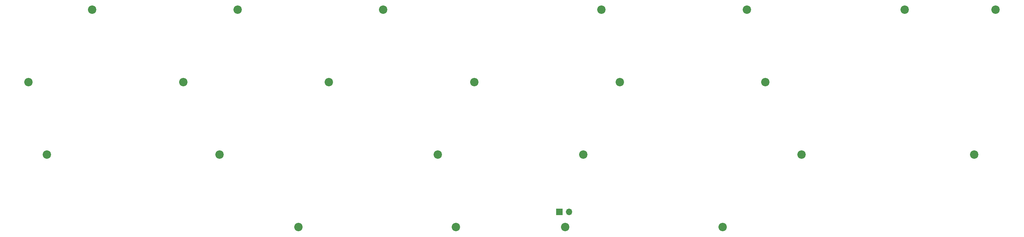
<source format=gbr>
%TF.GenerationSoftware,KiCad,Pcbnew,(7.0.0)*%
%TF.CreationDate,2024-01-19T21:42:38+01:00*%
%TF.ProjectId,ampersand,616d7065-7273-4616-9e64-2e6b69636164,rev?*%
%TF.SameCoordinates,Original*%
%TF.FileFunction,Soldermask,Top*%
%TF.FilePolarity,Negative*%
%FSLAX46Y46*%
G04 Gerber Fmt 4.6, Leading zero omitted, Abs format (unit mm)*
G04 Created by KiCad (PCBNEW (7.0.0)) date 2024-01-19 21:42:38*
%MOMM*%
%LPD*%
G01*
G04 APERTURE LIST*
%ADD10C,2.200000*%
%ADD11R,1.700000X1.700000*%
%ADD12O,1.700000X1.700000*%
G04 APERTURE END LIST*
D10*
%TO.C,H10*%
X127000000Y-72231250D03*
%TD*%
%TO.C,H14*%
X90487500Y-91281250D03*
%TD*%
%TO.C,H2*%
X60325000Y-53192960D03*
%TD*%
%TO.C,H17*%
X160337500Y-91281250D03*
%TD*%
%TO.C,H15*%
X201612500Y-91300466D03*
%TD*%
%TO.C,H16*%
X131762500Y-91281250D03*
%TD*%
%TO.C,H6*%
X249237500Y-34131250D03*
%TD*%
%TO.C,H24*%
X174625000Y-53181250D03*
%TD*%
%TO.C,H8*%
X212725000Y-53181250D03*
%TD*%
%TO.C,H7*%
X98425000Y-53181250D03*
%TD*%
%TO.C,H21*%
X19843750Y-53181250D03*
%TD*%
%TO.C,H13*%
X267493031Y-72231250D03*
%TD*%
%TO.C,H22*%
X74612500Y-34131250D03*
%TD*%
%TO.C,H25*%
X69850000Y-72231250D03*
%TD*%
%TO.C,H9*%
X273050000Y-34131250D03*
%TD*%
%TO.C,H12*%
X222250000Y-72231250D03*
%TD*%
%TO.C,H18*%
X136524999Y-53181249D03*
%TD*%
%TO.C,H5*%
X169862500Y-34131250D03*
%TD*%
%TO.C,H1*%
X36511781Y-34142960D03*
%TD*%
%TO.C,H3*%
X24606250Y-72231250D03*
%TD*%
%TO.C,H4*%
X112711781Y-34142960D03*
%TD*%
%TO.C,H23*%
X207962500Y-34131250D03*
%TD*%
%TO.C,H11*%
X165100000Y-72231250D03*
%TD*%
D11*
%TO.C,SW1*%
X158856249Y-87312499D03*
D12*
X161396249Y-87312499D03*
%TD*%
M02*

</source>
